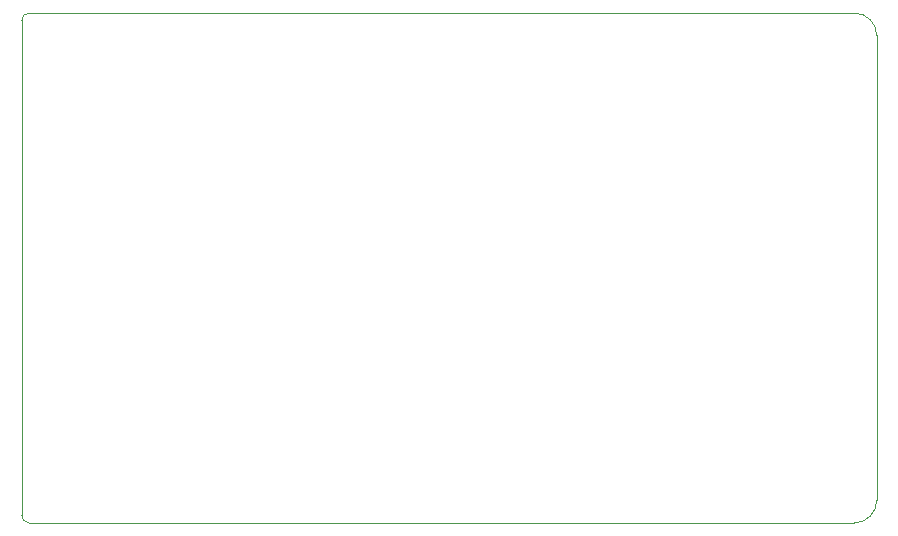
<source format=gbr>
G04 #@! TF.GenerationSoftware,KiCad,Pcbnew,(5.1.2)-2*
G04 #@! TF.CreationDate,2021-07-27T09:57:18+09:00*
G04 #@! TF.ProjectId,RIOboard,52494f62-6f61-4726-942e-6b696361645f,rev?*
G04 #@! TF.SameCoordinates,Original*
G04 #@! TF.FileFunction,Profile,NP*
%FSLAX46Y46*%
G04 Gerber Fmt 4.6, Leading zero omitted, Abs format (unit mm)*
G04 Created by KiCad (PCBNEW (5.1.2)-2) date 2021-07-27 09:57:19*
%MOMM*%
%LPD*%
G04 APERTURE LIST*
%ADD10C,0.050000*%
G04 APERTURE END LIST*
D10*
X100965000Y-132715000D02*
G75*
G02X102870000Y-134620000I0J-1905000D01*
G01*
X102870000Y-173990000D02*
G75*
G02X100965000Y-175895000I-1905000J0D01*
G01*
X31115000Y-175895000D02*
G75*
G02X30480000Y-175260000I0J635000D01*
G01*
X30480000Y-133350000D02*
G75*
G02X31115000Y-132715000I635000J0D01*
G01*
X30480000Y-175260000D02*
X30480000Y-133350000D01*
X100965000Y-175895000D02*
X31115000Y-175895000D01*
X102870000Y-134620000D02*
X102870000Y-173990000D01*
X31115000Y-132715000D02*
X100965000Y-132715000D01*
M02*

</source>
